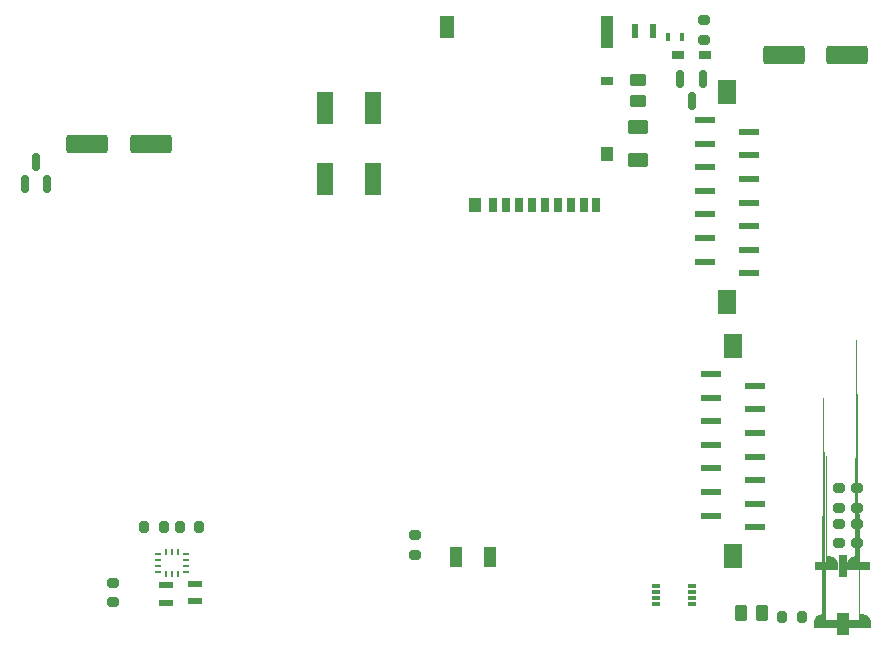
<source format=gtp>
G04 #@! TF.GenerationSoftware,KiCad,Pcbnew,(6.0.10)*
G04 #@! TF.CreationDate,2023-02-15T23:26:55+01:00*
G04 #@! TF.ProjectId,Axe_lin_aire,4178655f-6c69-46ee-9961-6972652e6b69,rev?*
G04 #@! TF.SameCoordinates,Original*
G04 #@! TF.FileFunction,Paste,Top*
G04 #@! TF.FilePolarity,Positive*
%FSLAX46Y46*%
G04 Gerber Fmt 4.6, Leading zero omitted, Abs format (unit mm)*
G04 Created by KiCad (PCBNEW (6.0.10)) date 2023-02-15 23:26:55*
%MOMM*%
%LPD*%
G01*
G04 APERTURE LIST*
G04 Aperture macros list*
%AMRoundRect*
0 Rectangle with rounded corners*
0 $1 Rounding radius*
0 $2 $3 $4 $5 $6 $7 $8 $9 X,Y pos of 4 corners*
0 Add a 4 corners polygon primitive as box body*
4,1,4,$2,$3,$4,$5,$6,$7,$8,$9,$2,$3,0*
0 Add four circle primitives for the rounded corners*
1,1,$1+$1,$2,$3*
1,1,$1+$1,$4,$5*
1,1,$1+$1,$6,$7*
1,1,$1+$1,$8,$9*
0 Add four rect primitives between the rounded corners*
20,1,$1+$1,$2,$3,$4,$5,0*
20,1,$1+$1,$4,$5,$6,$7,0*
20,1,$1+$1,$6,$7,$8,$9,0*
20,1,$1+$1,$8,$9,$2,$3,0*%
%AMFreePoly0*
4,1,53,-0.099833,0.852494,-0.099048,0.852106,-0.098232,0.851768,-0.098198,0.851685,-0.098118,0.851646,-0.097838,0.850816,-0.097500,0.850000,-0.097500,0.350000,0.950000,0.350000,0.950000,-0.350000,-0.946033,-0.350000,-0.948424,-0.351941,-0.948767,-0.352043,-0.949015,-0.352297,-0.949646,-0.352305,-0.950258,-0.352487,-0.950573,-0.352317,-0.950929,-0.352321,-0.951382,-0.351879,-0.951941,-0.351576,
-0.952043,-0.351233,-0.952298,-0.350984,-0.987367,-0.269161,-0.987370,-0.268922,-0.987508,-0.268726,-1.026602,-0.095087,-1.026556,-0.094819,-1.026663,-0.094568,-1.028802,0.083403,-1.028700,0.083657,-1.028753,0.083923,-0.993844,0.258450,-0.993693,0.258676,-0.993689,0.258949,-0.923255,0.422405,-0.923060,0.422595,-0.922999,0.422861,-0.820121,0.568100,-0.819891,0.568245,-0.819776,0.568493,
-0.688950,0.689169,-0.688695,0.689263,-0.688531,0.689482,-0.535473,0.780321,-0.535203,0.780360,-0.534998,0.780539,-0.366398,0.837571,-0.366126,0.837553,-0.365888,0.837686,-0.189116,0.858417,-0.188884,0.858351,-0.188657,0.858428,-0.099833,0.852494,-0.099833,0.852494,$1*%
%AMFreePoly1*
4,1,53,0.188884,0.858352,0.189115,0.858417,0.365888,0.837686,0.366126,0.837553,0.366398,0.837571,0.534998,0.780539,0.535203,0.780360,0.535473,0.780321,0.688531,0.689482,0.688694,0.689264,0.688950,0.689170,0.819776,0.568493,0.819891,0.568245,0.820121,0.568100,0.922999,0.422861,0.923060,0.422595,0.923255,0.422405,0.993689,0.258950,0.993693,0.258676,0.993844,0.258450,
1.028753,0.083923,1.028700,0.083657,1.028802,0.083403,1.026663,-0.094568,1.026556,-0.094819,1.026602,-0.095087,0.987508,-0.268725,0.987370,-0.268921,0.987367,-0.269161,0.952298,-0.350985,0.952043,-0.351234,0.951941,-0.351576,0.951384,-0.351877,0.950929,-0.352322,0.950571,-0.352318,0.950258,-0.352487,0.949650,-0.352306,0.949015,-0.352298,0.948766,-0.352043,0.948424,-0.351941,
0.946033,-0.350000,-0.950000,-0.350000,-0.950000,0.350000,0.097500,0.350000,0.097500,0.850000,0.097838,0.850816,0.098118,0.851646,0.098198,0.851685,0.098232,0.851768,0.099048,0.852106,0.099833,0.852494,0.188657,0.858428,0.188884,0.858352,0.188884,0.858352,$1*%
G04 Aperture macros list end*
%ADD10R,1.250000X0.500000*%
%ADD11R,0.800000X0.300000*%
%ADD12RoundRect,0.200000X-0.275000X0.200000X-0.275000X-0.200000X0.275000X-0.200000X0.275000X0.200000X0*%
%ADD13RoundRect,0.200000X-0.200000X-0.275000X0.200000X-0.275000X0.200000X0.275000X-0.200000X0.275000X0*%
%ADD14RoundRect,0.200000X0.275000X-0.200000X0.275000X0.200000X-0.275000X0.200000X-0.275000X-0.200000X0*%
%ADD15R,1.400000X2.750000*%
%ADD16R,1.600000X2.000000*%
%ADD17R,1.750000X0.500000*%
%ADD18R,0.475000X0.250000*%
%ADD19R,0.250000X0.475000*%
%ADD20RoundRect,0.250000X-0.262500X-0.450000X0.262500X-0.450000X0.262500X0.450000X-0.262500X0.450000X0*%
%ADD21RoundRect,0.250000X0.450000X-0.262500X0.450000X0.262500X-0.450000X0.262500X-0.450000X-0.262500X0*%
%ADD22FreePoly0,90.000000*%
%ADD23R,1.000000X1.900000*%
%ADD24FreePoly1,270.000000*%
%ADD25FreePoly1,90.000000*%
%ADD26R,0.700000X1.900000*%
%ADD27FreePoly0,270.000000*%
%ADD28RoundRect,0.250000X-0.625000X0.375000X-0.625000X-0.375000X0.625000X-0.375000X0.625000X0.375000X0*%
%ADD29R,1.000000X1.200000*%
%ADD30R,1.000000X2.800000*%
%ADD31R,1.300000X1.900000*%
%ADD32R,1.000000X0.800000*%
%ADD33R,0.700000X1.200000*%
%ADD34R,1.050000X1.700000*%
%ADD35R,0.400000X0.800000*%
%ADD36RoundRect,0.150000X0.150000X-0.587500X0.150000X0.587500X-0.150000X0.587500X-0.150000X-0.587500X0*%
%ADD37RoundRect,0.250000X-1.500000X-0.550000X1.500000X-0.550000X1.500000X0.550000X-1.500000X0.550000X0*%
%ADD38RoundRect,0.150000X-0.150000X0.587500X-0.150000X-0.587500X0.150000X-0.587500X0.150000X0.587500X0*%
%ADD39R,0.500000X1.250000*%
%ADD40R,1.000000X0.750000*%
G04 APERTURE END LIST*
D10*
G04 #@! TO.C,C2*
X116500000Y-105750000D03*
X116500000Y-107250000D03*
G04 #@! TD*
G04 #@! TO.C,C1*
X114000000Y-105900000D03*
X114000000Y-107400000D03*
G04 #@! TD*
D11*
G04 #@! TO.C,U4*
X155450000Y-106000000D03*
X155450000Y-106500000D03*
X155450000Y-107000000D03*
X155450000Y-107500000D03*
X158550000Y-107500000D03*
X158550000Y-107000000D03*
X158550000Y-106500000D03*
X158550000Y-106000000D03*
G04 #@! TD*
D12*
G04 #@! TO.C,R11*
X171000000Y-97675000D03*
X171000000Y-99325000D03*
G04 #@! TD*
D13*
G04 #@! TO.C,R6*
X112175000Y-101000000D03*
X113825000Y-101000000D03*
G04 #@! TD*
D14*
G04 #@! TO.C,R2*
X159562742Y-59712500D03*
X159562742Y-58062500D03*
G04 #@! TD*
D15*
G04 #@! TO.C,SW1*
X127500000Y-71525000D03*
X127500000Y-65475000D03*
X131500000Y-71525000D03*
X131500000Y-65475000D03*
G04 #@! TD*
D16*
G04 #@! TO.C,J2*
X162000000Y-85600000D03*
X162000000Y-103400000D03*
D17*
X163875000Y-101000000D03*
X160125000Y-100000000D03*
X163875000Y-99000000D03*
X160125000Y-98000000D03*
X163875000Y-97000000D03*
X160125000Y-96000000D03*
X163875000Y-95000000D03*
X160125000Y-94000000D03*
X163875000Y-93000000D03*
X160125000Y-92000000D03*
X163875000Y-91000000D03*
X160125000Y-90000000D03*
X163875000Y-89000000D03*
X160125000Y-88000000D03*
G04 #@! TD*
D18*
G04 #@! TO.C,U2*
X113337500Y-103250000D03*
X113337500Y-103750000D03*
X113337500Y-104250000D03*
X113337500Y-104750000D03*
D19*
X114000000Y-104912500D03*
X114500000Y-104912500D03*
X115000000Y-104912500D03*
D18*
X115662500Y-104750000D03*
X115662500Y-104250000D03*
X115662500Y-103750000D03*
X115662500Y-103250000D03*
D19*
X115000000Y-103087500D03*
X114500000Y-103087500D03*
X114000000Y-103087500D03*
G04 #@! TD*
D20*
G04 #@! TO.C,R12*
X162675000Y-108250000D03*
X164500000Y-108250000D03*
G04 #@! TD*
D14*
G04 #@! TO.C,R5*
X171000000Y-102325000D03*
X171000000Y-100675000D03*
G04 #@! TD*
D21*
G04 #@! TO.C,R9*
X154000000Y-64912500D03*
X154000000Y-63087500D03*
G04 #@! TD*
D22*
G04 #@! TO.C,U3*
X169900000Y-109200000D03*
D23*
X171300000Y-109200000D03*
D24*
X172700000Y-109200000D03*
D25*
X169900000Y-104300000D03*
D26*
X171300000Y-104300000D03*
D27*
X172700000Y-104300000D03*
G04 #@! TD*
D28*
G04 #@! TO.C,D3*
X154000000Y-67100000D03*
X154000000Y-69900000D03*
G04 #@! TD*
D29*
G04 #@! TO.C,J3*
X151325000Y-69425000D03*
D30*
X151325000Y-59075000D03*
D29*
X140175000Y-73725000D03*
D31*
X137825000Y-58625000D03*
D32*
X151325000Y-63225000D03*
D33*
X150375000Y-73725000D03*
X149425000Y-73725000D03*
X148325000Y-73725000D03*
X147225000Y-73725000D03*
X146125000Y-73725000D03*
X145025000Y-73725000D03*
X143925000Y-73725000D03*
X142825000Y-73725000D03*
X141725000Y-73725000D03*
G04 #@! TD*
D14*
G04 #@! TO.C,R10*
X172500000Y-99325000D03*
X172500000Y-97675000D03*
G04 #@! TD*
D34*
G04 #@! TO.C,D2*
X141455000Y-103500000D03*
X138545000Y-103500000D03*
G04 #@! TD*
D13*
G04 #@! TO.C,R3*
X166175000Y-108587500D03*
X167825000Y-108587500D03*
G04 #@! TD*
D14*
G04 #@! TO.C,R1*
X109500000Y-107325000D03*
X109500000Y-105675000D03*
G04 #@! TD*
G04 #@! TO.C,R4*
X172500000Y-102325000D03*
X172500000Y-100675000D03*
G04 #@! TD*
D35*
G04 #@! TO.C,FB1*
X156500000Y-59500000D03*
X157700000Y-59500000D03*
G04 #@! TD*
D14*
G04 #@! TO.C,R8*
X135065000Y-103325000D03*
X135065000Y-101675000D03*
G04 #@! TD*
D36*
G04 #@! TO.C,Q1*
X102050000Y-71937500D03*
X103950000Y-71937500D03*
X103000000Y-70062500D03*
G04 #@! TD*
D37*
G04 #@! TO.C,C4*
X166300000Y-61000000D03*
X171700000Y-61000000D03*
G04 #@! TD*
D38*
G04 #@! TO.C,Q2*
X159450000Y-63062500D03*
X157550000Y-63062500D03*
X158500000Y-64937500D03*
G04 #@! TD*
D16*
G04 #@! TO.C,J1*
X161500000Y-64100000D03*
X161500000Y-81900000D03*
D17*
X163375000Y-79500000D03*
X159625000Y-78500000D03*
X163375000Y-77500000D03*
X159625000Y-76500000D03*
X163375000Y-75500000D03*
X159625000Y-74500000D03*
X163375000Y-73500000D03*
X159625000Y-72500000D03*
X163375000Y-71500000D03*
X159625000Y-70500000D03*
X163375000Y-69500000D03*
X159625000Y-68500000D03*
X163375000Y-67500000D03*
X159625000Y-66500000D03*
G04 #@! TD*
D39*
G04 #@! TO.C,C5*
X153750000Y-59000000D03*
X155250000Y-59000000D03*
G04 #@! TD*
D13*
G04 #@! TO.C,R7*
X115175000Y-101000000D03*
X116825000Y-101000000D03*
G04 #@! TD*
D40*
G04 #@! TO.C,D1*
X157325000Y-61000000D03*
X159675000Y-61000000D03*
G04 #@! TD*
D37*
G04 #@! TO.C,C3*
X107300000Y-68500000D03*
X112700000Y-68500000D03*
G04 #@! TD*
M02*

</source>
